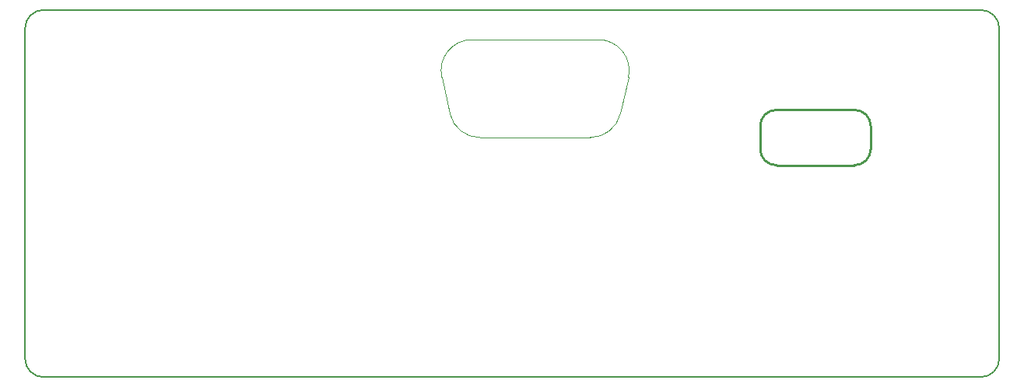
<source format=gbr>
G04 #@! TF.GenerationSoftware,KiCad,Pcbnew,(6.0.10)*
G04 #@! TF.CreationDate,2023-08-09T07:30:24+00:00*
G04 #@! TF.ProjectId,HL2IO_endcap,484c3249-4f5f-4656-9e64-6361702e6b69,2.1*
G04 #@! TF.SameCoordinates,PX2e593c0PY56057c0*
G04 #@! TF.FileFunction,Profile,NP*
%FSLAX46Y46*%
G04 Gerber Fmt 4.6, Leading zero omitted, Abs format (unit mm)*
G04 Created by KiCad (PCBNEW (6.0.10)) date 2023-08-09 07:30:24*
%MOMM*%
%LPD*%
G01*
G04 APERTURE LIST*
G04 #@! TA.AperFunction,Profile*
%ADD10C,0.150000*%
G04 #@! TD*
G04 #@! TA.AperFunction,Profile*
%ADD11C,0.250000*%
G04 #@! TD*
G04 #@! TA.AperFunction,Profile*
%ADD12C,0.100000*%
G04 #@! TD*
G04 APERTURE END LIST*
D10*
X104000000Y0D02*
X2000000Y0D01*
X106000000Y38000000D02*
G75*
G03*
X104000000Y40000000I-2000000J0D01*
G01*
X2000000Y40000000D02*
X104000000Y40000000D01*
X106000000Y38000000D02*
X106000000Y2000000D01*
X0Y2000000D02*
G75*
G03*
X2000000Y0I2000000J0D01*
G01*
X2000000Y40000000D02*
G75*
G03*
X0Y38000000I0J-2000000D01*
G01*
X0Y2000000D02*
X0Y38000000D01*
X104000000Y0D02*
G75*
G03*
X106000000Y2000000I0J2000000D01*
G01*
D11*
X90262563Y29112563D02*
X81737437Y29112563D01*
X79987437Y24837437D02*
X79987437Y27362563D01*
X90262563Y23087437D02*
X81737437Y23087437D01*
X92012563Y27362563D02*
X92012563Y24837437D01*
X90262563Y23087437D02*
G75*
G03*
X92012563Y24837437I-3J1750003D01*
G01*
X79987437Y24837437D02*
G75*
G03*
X81737437Y23087437I1750000J0D01*
G01*
X92012563Y27362563D02*
G75*
G03*
X90262563Y29112563I-1750003J-3D01*
G01*
X81737437Y29112563D02*
G75*
G03*
X79987437Y27362563I0J-1750000D01*
G01*
D12*
X45350000Y32705000D02*
X46230000Y28685000D01*
X65650000Y32705000D02*
X64770000Y28685000D01*
X62385000Y36765000D02*
X48615000Y36765000D01*
X61505000Y26105000D02*
X49495000Y26105000D01*
X61489200Y26100468D02*
G75*
G03*
X64770000Y28685000I15799J3354532D01*
G01*
X46230000Y28685000D02*
G75*
G03*
X49510800Y26100469I3265000J770000D01*
G01*
X65649140Y32661414D02*
G75*
G03*
X62385000Y36765000I-3264141J753585D01*
G01*
X48615000Y36765000D02*
G75*
G03*
X45350860Y32661414I0J-3350000D01*
G01*
M02*

</source>
